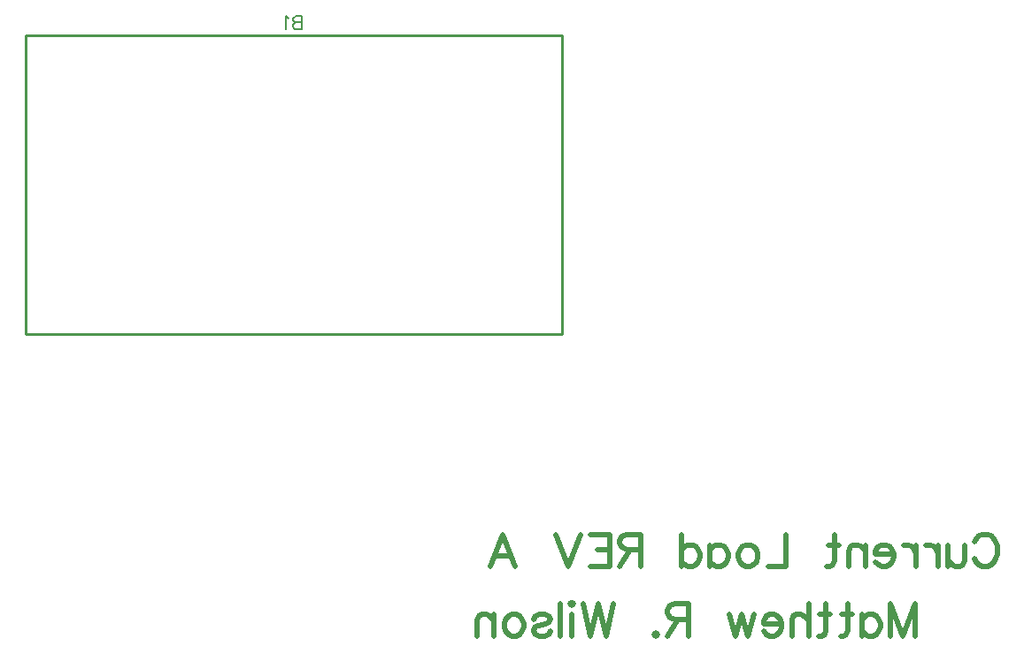
<source format=gbo>
G04 DipTrace 2.3.1.0*
%INcurrent-drain.gbo*%
%MOIN*%
%ADD10C,0.0098*%
%ADD120C,0.0077*%
%ADD122C,0.0185*%
%FSLAX44Y44*%
G04*
G70*
G90*
G75*
G01*
%LNBotSilk*%
%LPD*%
X24498Y33691D2*
D10*
X4301D1*
Y22439D1*
X24498D1*
Y33691D1*
X14704Y34423D2*
D120*
Y33921D1*
X14489D1*
X14417Y33945D1*
X14393Y33969D1*
X14369Y34016D1*
Y34088D1*
X14393Y34136D1*
X14417Y34160D1*
X14489Y34184D1*
X14417Y34208D1*
X14393Y34232D1*
X14369Y34280D1*
Y34328D1*
X14393Y34375D1*
X14417Y34399D1*
X14489Y34423D1*
X14704D1*
Y34184D2*
X14489D1*
X14215Y34327D2*
X14167Y34351D1*
X14095Y34423D1*
Y33921D1*
X40031Y14589D2*
D122*
X40088Y14703D1*
X40204Y14819D1*
X40318Y14876D1*
X40547D1*
X40663Y14819D1*
X40777Y14703D1*
X40835Y14589D1*
X40892Y14417D1*
Y14129D1*
X40835Y13958D1*
X40777Y13842D1*
X40663Y13728D1*
X40547Y13670D1*
X40318D1*
X40204Y13728D1*
X40088Y13842D1*
X40031Y13958D1*
X39661Y14474D2*
Y13899D1*
X39604Y13728D1*
X39488Y13670D1*
X39316D1*
X39202Y13728D1*
X39029Y13899D1*
Y14474D2*
Y13670D1*
X38659Y14474D2*
Y13670D1*
Y14129D2*
X38600Y14301D1*
X38486Y14417D1*
X38371Y14474D1*
X38198D1*
X37828D2*
Y13670D1*
Y14129D2*
X37770Y14301D1*
X37655Y14417D1*
X37540Y14474D1*
X37368D1*
X36997Y14129D2*
X36309D1*
Y14244D1*
X36366Y14360D1*
X36423Y14417D1*
X36538Y14474D1*
X36711D1*
X36825Y14417D1*
X36940Y14301D1*
X36997Y14129D1*
Y14015D1*
X36940Y13842D1*
X36825Y13728D1*
X36711Y13670D1*
X36538D1*
X36423Y13728D1*
X36309Y13842D1*
X35938Y14474D2*
Y13670D1*
Y14244D2*
X35766Y14417D1*
X35650Y14474D1*
X35479D1*
X35364Y14417D1*
X35307Y14244D1*
Y13670D1*
X34764Y14876D2*
Y13899D1*
X34707Y13728D1*
X34591Y13670D1*
X34477D1*
X34936Y14474D2*
X34534D1*
X32940Y14876D2*
Y13670D1*
X32252D1*
X31595Y14474D2*
X31709Y14417D1*
X31824Y14301D1*
X31881Y14129D1*
Y14015D1*
X31824Y13842D1*
X31709Y13728D1*
X31595Y13670D1*
X31422D1*
X31307Y13728D1*
X31193Y13842D1*
X31134Y14015D1*
Y14129D1*
X31193Y14301D1*
X31307Y14417D1*
X31422Y14474D1*
X31595D1*
X30075D2*
Y13670D1*
Y14301D2*
X30190Y14417D1*
X30305Y14474D1*
X30476D1*
X30591Y14417D1*
X30706Y14301D1*
X30764Y14129D1*
Y14015D1*
X30706Y13842D1*
X30591Y13728D1*
X30476Y13670D1*
X30305D1*
X30190Y13728D1*
X30075Y13842D1*
X29016Y14876D2*
Y13670D1*
Y14301D2*
X29131Y14417D1*
X29246Y14474D1*
X29418D1*
X29532Y14417D1*
X29648Y14301D1*
X29705Y14129D1*
Y14015D1*
X29648Y13842D1*
X29532Y13728D1*
X29418Y13670D1*
X29246D1*
X29131Y13728D1*
X29016Y13842D1*
X27480Y14301D2*
X26964D1*
X26791Y14360D1*
X26733Y14417D1*
X26676Y14531D1*
Y14646D1*
X26733Y14760D1*
X26791Y14819D1*
X26964Y14876D1*
X27480D1*
Y13670D1*
X27078Y14301D2*
X26676Y13670D1*
X25560Y14876D2*
X26305D1*
Y13670D1*
X25560D1*
X26305Y14301D2*
X25846D1*
X25189Y14876D2*
X24730Y13670D1*
X24271Y14876D1*
X21815Y13670D2*
X22275Y14876D1*
X22734Y13670D1*
X22562Y14072D2*
X21987D1*
X36873Y11045D2*
Y12251D1*
X37331Y11045D1*
X37790Y12251D1*
Y11045D1*
X35814Y11849D2*
Y11045D1*
Y11676D2*
X35928Y11792D1*
X36043Y11849D1*
X36214D1*
X36330Y11792D1*
X36444Y11676D1*
X36502Y11504D1*
Y11390D1*
X36444Y11217D1*
X36330Y11103D1*
X36214Y11045D1*
X36043D1*
X35928Y11103D1*
X35814Y11217D1*
X35271Y12251D2*
Y11274D1*
X35214Y11103D1*
X35098Y11045D1*
X34984D1*
X35443Y11849D2*
X35041D1*
X34441Y12251D2*
Y11274D1*
X34384Y11103D1*
X34269Y11045D1*
X34155D1*
X34613Y11849D2*
X34212D1*
X33784Y12251D2*
Y11045D1*
Y11619D2*
X33612Y11792D1*
X33496Y11849D1*
X33324D1*
X33210Y11792D1*
X33153Y11619D1*
Y11045D1*
X32782Y11504D2*
X32094D1*
Y11619D1*
X32151Y11735D1*
X32208Y11792D1*
X32323Y11849D1*
X32496D1*
X32610Y11792D1*
X32725Y11676D1*
X32782Y11504D1*
Y11390D1*
X32725Y11217D1*
X32610Y11103D1*
X32496Y11045D1*
X32323D1*
X32208Y11103D1*
X32094Y11217D1*
X31723Y11849D2*
X31494Y11045D1*
X31264Y11849D1*
X31035Y11045D1*
X30805Y11849D1*
X29268Y11676D2*
X28752D1*
X28580Y11735D1*
X28521Y11792D1*
X28464Y11906D1*
Y12021D1*
X28521Y12135D1*
X28580Y12194D1*
X28752Y12251D1*
X29268D1*
Y11045D1*
X28866Y11676D2*
X28464Y11045D1*
X28037Y11160D2*
X28094Y11102D1*
X28037Y11045D1*
X27978Y11102D1*
X28037Y11160D1*
X26441Y12251D2*
X26154Y11045D1*
X25867Y12251D1*
X25581Y11045D1*
X25293Y12251D1*
X24922D2*
X24865Y12194D1*
X24807Y12251D1*
X24865Y12309D1*
X24922Y12251D1*
X24865Y11849D2*
Y11045D1*
X24436Y12251D2*
Y11045D1*
X23434Y11676D2*
X23491Y11792D1*
X23664Y11849D1*
X23836D1*
X24009Y11792D1*
X24066Y11676D1*
X24009Y11562D1*
X23893Y11504D1*
X23607Y11447D1*
X23491Y11390D1*
X23434Y11274D1*
Y11217D1*
X23491Y11103D1*
X23664Y11045D1*
X23836D1*
X24009Y11103D1*
X24066Y11217D1*
X22777Y11849D2*
X22891Y11792D1*
X23007Y11676D1*
X23064Y11504D1*
Y11390D1*
X23007Y11217D1*
X22891Y11103D1*
X22777Y11045D1*
X22605D1*
X22489Y11103D1*
X22375Y11217D1*
X22317Y11390D1*
Y11504D1*
X22375Y11676D1*
X22489Y11792D1*
X22605Y11849D1*
X22777D1*
X21946D2*
Y11045D1*
Y11619D2*
X21774Y11792D1*
X21659Y11849D1*
X21487D1*
X21372Y11792D1*
X21315Y11619D1*
Y11045D1*
M02*

</source>
